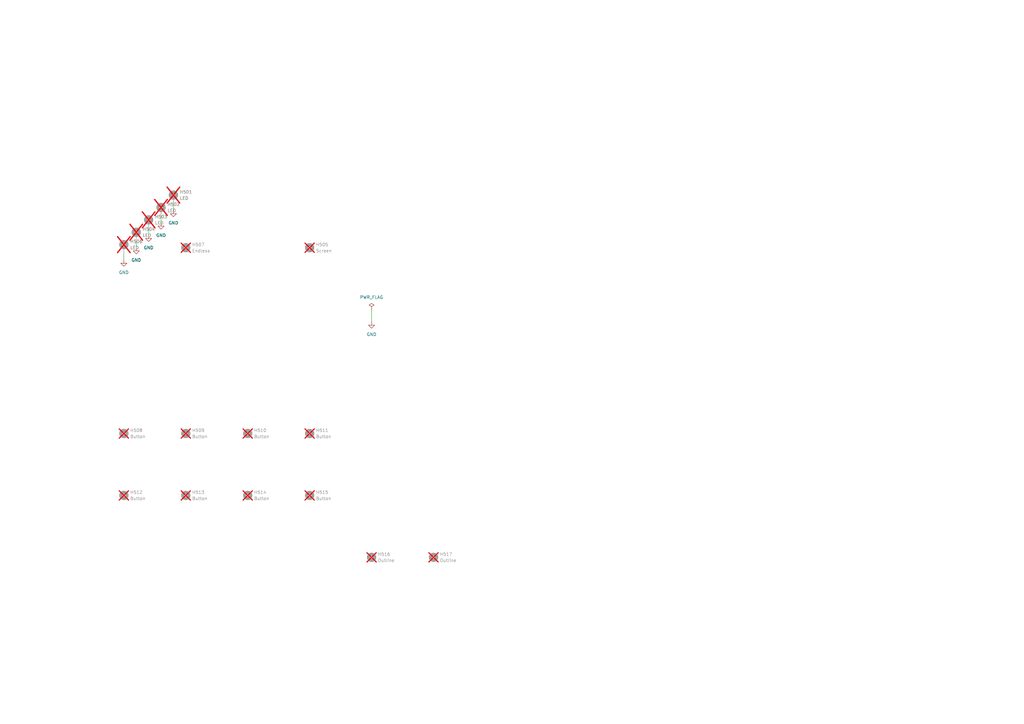
<source format=kicad_sch>
(kicad_sch (version 20250114) (generator "eeschema") (generator_version "9.0")
  (paper "A3")
  (lib_symbols
    (symbol "Mechanical:MountingHole" (pin_names (offset 1.016)) (exclude_from_sim yes) (in_bom no)
      (property "Reference" "H" (at 0 5.08 0))
      (property "Value" "MountingHole" (at 0 3.175 0))
      (symbol "MountingHole_0_1"
        (circle (center 0 0) (radius 1.27) (stroke (width 1.27)))
      )
    )
    (symbol "Mechanical:MountingHole_Pad" (pin_numbers (hide yes)) (pin_names (offset 1.016) (hide yes)) (in_bom no)
      (property "Reference" "H" (at 0 6.35 0))
      (property "Value" "MountingHole_Pad" (at 0 4.445 0))
      (symbol "MountingHole_Pad_0_1"
        (circle (center 0 1.27) (radius 1.27) (stroke (width 1.27)))
      )
      (symbol "MountingHole_Pad_1_1"
        (pin input line (at 0 -2.54 90) (length 2.54) (name "1") (number "1"))
      )
    )
    (symbol "power:GND" (power) (pin_numbers (hide yes)) (pin_names (offset 0) (hide yes))
      (property "Value" "GND" (at 0 -3.81 0))
      (symbol "GND_0_1"
        (polyline (pts (xy 0 0) (xy 0 -1.27) (xy 1.27 -1.27) (xy 0 -2.54) (xy -1.27 -1.27) (xy 0 -1.27)))
      )
      (symbol "GND_1_1"
        (pin power_in line (at 0 0 270) (length 0) (name "~") (number "1"))
      )
    )
    (symbol "power:PWR_FLAG" (power) (pin_numbers (hide yes)) (pin_names (offset 0) (hide yes))
      (property "Value" "PWR_FLAG" (at 0 3.81 0))
      (symbol "PWR_FLAG_0_0"
        (pin power_out line (at 0 0 90) (length 0) (name "~") (number "1"))
      )
      (symbol "PWR_FLAG_0_1"
        (polyline (pts (xy 0 0) (xy 0 1.27) (xy -1.016 1.905) (xy 0 2.54) (xy 1.016 1.905) (xy 0 1.27)))
      )
    )
  )
  (wire (pts (xy 71.12 83.82) (xy 71.12 86.36)))
  (wire (pts (xy 60.96 93.98) (xy 60.96 96.52)))
  (wire (pts (xy 55.88 99.06) (xy 55.88 101.6)))
  (wire (pts (xy 50.8 104.14) (xy 50.8 106.68)))
  (wire (pts (xy 66.04 88.9) (xy 66.04 91.44)))
  (wire (pts (xy 152.4 127) (xy 152.4 132.08)))
  (symbol (lib_id "power:GND") (at 66.04 91.44 0) (unit 1)
    (property "Reference" "#PWR0505" (effects (hide yes)))
    (property "Value" "GND" (at 66.04 96.52 0))
    (property "Description" "Power symbol creates a global label with name \"GND\" , ground" (effects (hide yes)))
  )
  (symbol (lib_id "power:PWR_FLAG") (at 152.4 127 0) (unit 1)
    (property "Reference" "#FLG0501" (effects (hide yes)))
    (property "Value" "PWR_FLAG" (at 152.4 121.92 0))
    (property "Description" "Special symbol for telling ERC where power comes from" (effects (hide yes)))
  )
  (symbol (lib_id "Mechanical:MountingHole_Pad") (at 60.96 91.44 0) (unit 1) (in_bom no) (dnp yes)
    (property "Reference" "H503" (at 63.5 88.8999 0) (effects (justify left)))
    (property "Value" "LED" (at 63.5 91.4399 0) (effects (justify left)))
    (property "Footprint" "suku_basics:FP_LED_TIGHT" (effects (hide yes)))
    (property "Description" "Mounting Hole with connection" (effects (hide yes)))
  )
  (symbol (lib_id "Mechanical:MountingHole") (at 152.4 228.6 0) (unit 1) (exclude_from_sim yes) (in_bom no) (dnp yes)
    (property "Reference" "H516" (at 154.94 227.3299 0) (effects (justify left)))
    (property "Value" "Outline" (at 154.94 229.8699 0) (effects (justify left)))
    (property "Footprint" "suku_basics:FP_OUTLINE_2" (effects (hide yes)))
    (property "Description" "Mounting Hole without connection" (effects (hide yes)))
  )
  (symbol (lib_id "Mechanical:MountingHole_Pad") (at 55.88 96.52 0) (unit 1) (in_bom no) (dnp yes)
    (property "Reference" "H504" (at 58.42 93.9799 0) (effects (justify left)))
    (property "Value" "LED" (at 58.42 96.5199 0) (effects (justify left)))
    (property "Footprint" "suku_basics:FP_LED_TIGHT" (effects (hide yes)))
    (property "Description" "Mounting Hole with connection" (effects (hide yes)))
  )
  (symbol (lib_id "Mechanical:MountingHole") (at 76.2 203.2 0) (unit 1) (exclude_from_sim yes) (in_bom no) (dnp yes)
    (property "Reference" "H513" (at 78.74 201.9299 0) (effects (justify left)))
    (property "Value" "Button" (at 78.74 204.4699 0) (effects (justify left)))
    (property "Footprint" "suku_basics:FP_BUTTON" (effects (hide yes)))
    (property "Description" "Mounting Hole without connection" (effects (hide yes)))
  )
  (symbol (lib_id "Mechanical:MountingHole") (at 127 203.2 0) (unit 1) (exclude_from_sim yes) (in_bom no) (dnp yes)
    (property "Reference" "H515" (at 129.54 201.9299 0) (effects (justify left)))
    (property "Value" "Button" (at 129.54 204.4699 0) (effects (justify left)))
    (property "Footprint" "suku_basics:FP_BUTTON" (effects (hide yes)))
    (property "Description" "Mounting Hole without connection" (effects (hide yes)))
  )
  (symbol (lib_id "Mechanical:MountingHole") (at 50.8 177.8 0) (unit 1) (exclude_from_sim yes) (in_bom no) (dnp yes)
    (property "Reference" "H508" (at 53.34 176.5299 0) (effects (justify left)))
    (property "Value" "Button" (at 53.34 179.0699 0) (effects (justify left)))
    (property "Footprint" "suku_basics:FP_BUTTON" (effects (hide yes)))
    (property "Description" "Mounting Hole without connection" (effects (hide yes)))
  )
  (symbol (lib_id "Mechanical:MountingHole") (at 50.8 203.2 0) (unit 1) (exclude_from_sim yes) (in_bom no) (dnp yes)
    (property "Reference" "H512" (at 53.34 201.9299 0) (effects (justify left)))
    (property "Value" "Button" (at 53.34 204.4699 0) (effects (justify left)))
    (property "Footprint" "suku_basics:FP_BUTTON" (effects (hide yes)))
    (property "Description" "Mounting Hole without connection" (effects (hide yes)))
  )
  (symbol (lib_id "Mechanical:MountingHole") (at 101.6 203.2 0) (unit 1) (exclude_from_sim yes) (in_bom no) (dnp yes)
    (property "Reference" "H514" (at 104.14 201.9299 0) (effects (justify left)))
    (property "Value" "Button" (at 104.14 204.4699 0) (effects (justify left)))
    (property "Footprint" "suku_basics:FP_BUTTON" (effects (hide yes)))
    (property "Description" "Mounting Hole without connection" (effects (hide yes)))
  )
  (symbol (lib_id "Mechanical:MountingHole") (at 177.8 228.6 0) (unit 1) (exclude_from_sim yes) (in_bom no) (dnp yes)
    (property "Reference" "H517" (at 180.34 227.3299 0) (effects (justify left)))
    (property "Value" "Outline" (at 180.34 229.8699 0) (effects (justify left)))
    (property "Footprint" "suku_basics:OSHWA" (effects (hide yes)))
    (property "Description" "Mounting Hole without connection" (effects (hide yes)))
  )
  (symbol (lib_id "Mechanical:MountingHole") (at 76.2 177.8 0) (unit 1) (exclude_from_sim yes) (in_bom no) (dnp yes)
    (property "Reference" "H509" (at 78.74 176.5299 0) (effects (justify left)))
    (property "Value" "Button" (at 78.74 179.0699 0) (effects (justify left)))
    (property "Footprint" "suku_basics:FP_BUTTON" (effects (hide yes)))
    (property "Description" "Mounting Hole without connection" (effects (hide yes)))
  )
  (symbol (lib_id "Mechanical:MountingHole") (at 101.6 177.8 0) (unit 1) (exclude_from_sim yes) (in_bom no) (dnp yes)
    (property "Reference" "H510" (at 104.14 176.5299 0) (effects (justify left)))
    (property "Value" "Button" (at 104.14 179.0699 0) (effects (justify left)))
    (property "Footprint" "suku_basics:FP_BUTTON" (effects (hide yes)))
    (property "Description" "Mounting Hole without connection" (effects (hide yes)))
  )
  (symbol (lib_id "Mechanical:MountingHole_Pad") (at 71.12 81.28 0) (unit 1) (in_bom no) (dnp yes)
    (property "Reference" "H501" (at 73.66 78.7399 0) (effects (justify left)))
    (property "Value" "LED" (at 73.66 81.2799 0) (effects (justify left)))
    (property "Footprint" "suku_basics:FP_LED_TIGHT" (effects (hide yes)))
    (property "Description" "Mounting Hole with connection" (effects (hide yes)))
  )
  (symbol (lib_id "power:GND") (at 60.96 96.52 0) (unit 1)
    (property "Reference" "#PWR0504" (effects (hide yes)))
    (property "Value" "GND" (at 60.96 101.6 0))
    (property "Description" "Power symbol creates a global label with name \"GND\" , ground" (effects (hide yes)))
  )
  (symbol (lib_id "Mechanical:MountingHole") (at 76.2 101.6 0) (unit 1) (exclude_from_sim yes) (in_bom no) (dnp yes)
    (property "Reference" "H507" (at 78.74 100.3299 0) (effects (justify left)))
    (property "Value" "Endless" (at 78.74 102.8699 0) (effects (justify left)))
    (property "Footprint" "suku_basics:FP_ENDLESS" (effects (hide yes)))
    (property "Description" "Mounting Hole without connection" (effects (hide yes)))
  )
  (symbol (lib_id "Mechanical:MountingHole") (at 127 101.6 0) (unit 1) (exclude_from_sim yes) (in_bom no) (dnp yes)
    (property "Reference" "H505" (at 129.54 100.3299 0) (effects (justify left)))
    (property "Value" "Screen" (at 129.54 102.8699 0) (effects (justify left)))
    (property "Footprint" "suku_basics:FP_SCREEN" (effects (hide yes)))
    (property "Description" "Mounting Hole without connection" (effects (hide yes)))
  )
  (symbol (lib_id "Mechanical:MountingHole_Pad") (at 50.8 101.6 0) (unit 1) (in_bom no) (dnp yes)
    (property "Reference" "H506" (at 53.34 99.0599 0) (effects (justify left)))
    (property "Value" "LED" (at 53.34 101.5999 0) (effects (justify left)))
    (property "Footprint" "suku_basics:FP_LED_TIGHT" (effects (hide yes)))
    (property "Description" "Mounting Hole with connection" (effects (hide yes)))
  )
  (symbol (lib_id "power:GND") (at 50.8 106.68 0) (unit 1)
    (property "Reference" "#PWR0502" (effects (hide yes)))
    (property "Value" "GND" (at 50.8 111.76 0))
    (property "Description" "Power symbol creates a global label with name \"GND\" , ground" (effects (hide yes)))
  )
  (symbol (lib_id "Mechanical:MountingHole") (at 127 177.8 0) (unit 1) (exclude_from_sim yes) (in_bom no) (dnp yes)
    (property "Reference" "H511" (at 129.54 176.5299 0) (effects (justify left)))
    (property "Value" "Button" (at 129.54 179.0699 0) (effects (justify left)))
    (property "Footprint" "suku_basics:FP_BUTTON" (effects (hide yes)))
    (property "Description" "Mounting Hole without connection" (effects (hide yes)))
  )
  (symbol (lib_id "Mechanical:MountingHole_Pad") (at 66.04 86.36 0) (unit 1) (in_bom no) (dnp yes)
    (property "Reference" "H502" (at 68.58 83.8199 0) (effects (justify left)))
    (property "Value" "LED" (at 68.58 86.3599 0) (effects (justify left)))
    (property "Footprint" "suku_basics:FP_LED_TIGHT" (effects (hide yes)))
    (property "Description" "Mounting Hole with connection" (effects (hide yes)))
  )
  (symbol (lib_id "power:GND") (at 55.88 101.6 0) (unit 1)
    (property "Reference" "#PWR0503" (effects (hide yes)))
    (property "Value" "GND" (at 55.88 106.68 0))
    (property "Description" "Power symbol creates a global label with name \"GND\" , ground" (effects (hide yes)))
  )
  (symbol (lib_id "power:GND") (at 152.4 132.08 0) (unit 1)
    (property "Reference" "#PWR0501" (effects (hide yes)))
    (property "Value" "GND" (at 152.4 137.16 0))
    (property "Description" "Power symbol creates a global label with name \"GND\" , ground" (effects (hide yes)))
  )
  (symbol (lib_id "power:GND") (at 71.12 86.36 0) (unit 1)
    (property "Reference" "#PWR0506" (effects (hide yes)))
    (property "Value" "GND" (at 71.12 91.44 0))
    (property "Description" "Power symbol creates a global label with name \"GND\" , ground" (effects (hide yes)))
  )
)
</source>
